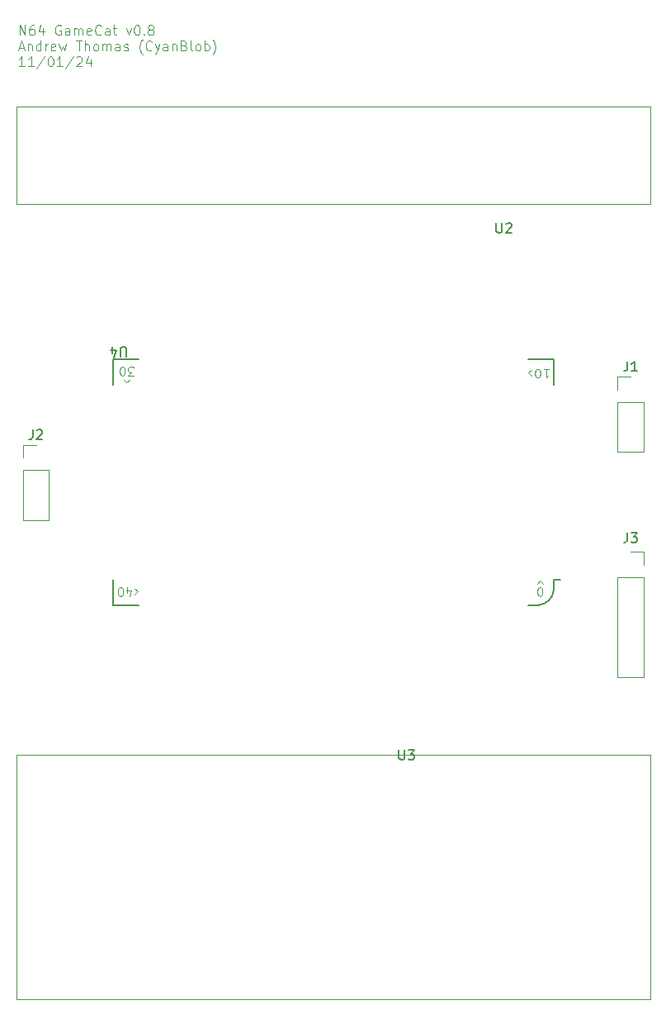
<source format=gbr>
%TF.GenerationSoftware,KiCad,Pcbnew,8.0.7*%
%TF.CreationDate,2024-12-26T20:26:29-06:00*%
%TF.ProjectId,n64_gamecat_rp2350b,6e36345f-6761-46d6-9563-61745f727032,rev?*%
%TF.SameCoordinates,Original*%
%TF.FileFunction,Legend,Top*%
%TF.FilePolarity,Positive*%
%FSLAX46Y46*%
G04 Gerber Fmt 4.6, Leading zero omitted, Abs format (unit mm)*
G04 Created by KiCad (PCBNEW 8.0.7) date 2024-12-26 20:26:29*
%MOMM*%
%LPD*%
G01*
G04 APERTURE LIST*
%ADD10C,0.100000*%
%ADD11C,0.150000*%
%ADD12C,0.120000*%
G04 APERTURE END LIST*
D10*
X101803884Y-56652531D02*
X101803884Y-55652531D01*
X101803884Y-55652531D02*
X102375312Y-56652531D01*
X102375312Y-56652531D02*
X102375312Y-55652531D01*
X103280074Y-55652531D02*
X103089598Y-55652531D01*
X103089598Y-55652531D02*
X102994360Y-55700150D01*
X102994360Y-55700150D02*
X102946741Y-55747769D01*
X102946741Y-55747769D02*
X102851503Y-55890626D01*
X102851503Y-55890626D02*
X102803884Y-56081102D01*
X102803884Y-56081102D02*
X102803884Y-56462054D01*
X102803884Y-56462054D02*
X102851503Y-56557292D01*
X102851503Y-56557292D02*
X102899122Y-56604912D01*
X102899122Y-56604912D02*
X102994360Y-56652531D01*
X102994360Y-56652531D02*
X103184836Y-56652531D01*
X103184836Y-56652531D02*
X103280074Y-56604912D01*
X103280074Y-56604912D02*
X103327693Y-56557292D01*
X103327693Y-56557292D02*
X103375312Y-56462054D01*
X103375312Y-56462054D02*
X103375312Y-56223959D01*
X103375312Y-56223959D02*
X103327693Y-56128721D01*
X103327693Y-56128721D02*
X103280074Y-56081102D01*
X103280074Y-56081102D02*
X103184836Y-56033483D01*
X103184836Y-56033483D02*
X102994360Y-56033483D01*
X102994360Y-56033483D02*
X102899122Y-56081102D01*
X102899122Y-56081102D02*
X102851503Y-56128721D01*
X102851503Y-56128721D02*
X102803884Y-56223959D01*
X104232455Y-55985864D02*
X104232455Y-56652531D01*
X103994360Y-55604912D02*
X103756265Y-56319197D01*
X103756265Y-56319197D02*
X104375312Y-56319197D01*
X106041979Y-55700150D02*
X105946741Y-55652531D01*
X105946741Y-55652531D02*
X105803884Y-55652531D01*
X105803884Y-55652531D02*
X105661027Y-55700150D01*
X105661027Y-55700150D02*
X105565789Y-55795388D01*
X105565789Y-55795388D02*
X105518170Y-55890626D01*
X105518170Y-55890626D02*
X105470551Y-56081102D01*
X105470551Y-56081102D02*
X105470551Y-56223959D01*
X105470551Y-56223959D02*
X105518170Y-56414435D01*
X105518170Y-56414435D02*
X105565789Y-56509673D01*
X105565789Y-56509673D02*
X105661027Y-56604912D01*
X105661027Y-56604912D02*
X105803884Y-56652531D01*
X105803884Y-56652531D02*
X105899122Y-56652531D01*
X105899122Y-56652531D02*
X106041979Y-56604912D01*
X106041979Y-56604912D02*
X106089598Y-56557292D01*
X106089598Y-56557292D02*
X106089598Y-56223959D01*
X106089598Y-56223959D02*
X105899122Y-56223959D01*
X106946741Y-56652531D02*
X106946741Y-56128721D01*
X106946741Y-56128721D02*
X106899122Y-56033483D01*
X106899122Y-56033483D02*
X106803884Y-55985864D01*
X106803884Y-55985864D02*
X106613408Y-55985864D01*
X106613408Y-55985864D02*
X106518170Y-56033483D01*
X106946741Y-56604912D02*
X106851503Y-56652531D01*
X106851503Y-56652531D02*
X106613408Y-56652531D01*
X106613408Y-56652531D02*
X106518170Y-56604912D01*
X106518170Y-56604912D02*
X106470551Y-56509673D01*
X106470551Y-56509673D02*
X106470551Y-56414435D01*
X106470551Y-56414435D02*
X106518170Y-56319197D01*
X106518170Y-56319197D02*
X106613408Y-56271578D01*
X106613408Y-56271578D02*
X106851503Y-56271578D01*
X106851503Y-56271578D02*
X106946741Y-56223959D01*
X107422932Y-56652531D02*
X107422932Y-55985864D01*
X107422932Y-56081102D02*
X107470551Y-56033483D01*
X107470551Y-56033483D02*
X107565789Y-55985864D01*
X107565789Y-55985864D02*
X107708646Y-55985864D01*
X107708646Y-55985864D02*
X107803884Y-56033483D01*
X107803884Y-56033483D02*
X107851503Y-56128721D01*
X107851503Y-56128721D02*
X107851503Y-56652531D01*
X107851503Y-56128721D02*
X107899122Y-56033483D01*
X107899122Y-56033483D02*
X107994360Y-55985864D01*
X107994360Y-55985864D02*
X108137217Y-55985864D01*
X108137217Y-55985864D02*
X108232456Y-56033483D01*
X108232456Y-56033483D02*
X108280075Y-56128721D01*
X108280075Y-56128721D02*
X108280075Y-56652531D01*
X109137217Y-56604912D02*
X109041979Y-56652531D01*
X109041979Y-56652531D02*
X108851503Y-56652531D01*
X108851503Y-56652531D02*
X108756265Y-56604912D01*
X108756265Y-56604912D02*
X108708646Y-56509673D01*
X108708646Y-56509673D02*
X108708646Y-56128721D01*
X108708646Y-56128721D02*
X108756265Y-56033483D01*
X108756265Y-56033483D02*
X108851503Y-55985864D01*
X108851503Y-55985864D02*
X109041979Y-55985864D01*
X109041979Y-55985864D02*
X109137217Y-56033483D01*
X109137217Y-56033483D02*
X109184836Y-56128721D01*
X109184836Y-56128721D02*
X109184836Y-56223959D01*
X109184836Y-56223959D02*
X108708646Y-56319197D01*
X110184836Y-56557292D02*
X110137217Y-56604912D01*
X110137217Y-56604912D02*
X109994360Y-56652531D01*
X109994360Y-56652531D02*
X109899122Y-56652531D01*
X109899122Y-56652531D02*
X109756265Y-56604912D01*
X109756265Y-56604912D02*
X109661027Y-56509673D01*
X109661027Y-56509673D02*
X109613408Y-56414435D01*
X109613408Y-56414435D02*
X109565789Y-56223959D01*
X109565789Y-56223959D02*
X109565789Y-56081102D01*
X109565789Y-56081102D02*
X109613408Y-55890626D01*
X109613408Y-55890626D02*
X109661027Y-55795388D01*
X109661027Y-55795388D02*
X109756265Y-55700150D01*
X109756265Y-55700150D02*
X109899122Y-55652531D01*
X109899122Y-55652531D02*
X109994360Y-55652531D01*
X109994360Y-55652531D02*
X110137217Y-55700150D01*
X110137217Y-55700150D02*
X110184836Y-55747769D01*
X111041979Y-56652531D02*
X111041979Y-56128721D01*
X111041979Y-56128721D02*
X110994360Y-56033483D01*
X110994360Y-56033483D02*
X110899122Y-55985864D01*
X110899122Y-55985864D02*
X110708646Y-55985864D01*
X110708646Y-55985864D02*
X110613408Y-56033483D01*
X111041979Y-56604912D02*
X110946741Y-56652531D01*
X110946741Y-56652531D02*
X110708646Y-56652531D01*
X110708646Y-56652531D02*
X110613408Y-56604912D01*
X110613408Y-56604912D02*
X110565789Y-56509673D01*
X110565789Y-56509673D02*
X110565789Y-56414435D01*
X110565789Y-56414435D02*
X110613408Y-56319197D01*
X110613408Y-56319197D02*
X110708646Y-56271578D01*
X110708646Y-56271578D02*
X110946741Y-56271578D01*
X110946741Y-56271578D02*
X111041979Y-56223959D01*
X111375313Y-55985864D02*
X111756265Y-55985864D01*
X111518170Y-55652531D02*
X111518170Y-56509673D01*
X111518170Y-56509673D02*
X111565789Y-56604912D01*
X111565789Y-56604912D02*
X111661027Y-56652531D01*
X111661027Y-56652531D02*
X111756265Y-56652531D01*
X112756266Y-55985864D02*
X112994361Y-56652531D01*
X112994361Y-56652531D02*
X113232456Y-55985864D01*
X113803885Y-55652531D02*
X113899123Y-55652531D01*
X113899123Y-55652531D02*
X113994361Y-55700150D01*
X113994361Y-55700150D02*
X114041980Y-55747769D01*
X114041980Y-55747769D02*
X114089599Y-55843007D01*
X114089599Y-55843007D02*
X114137218Y-56033483D01*
X114137218Y-56033483D02*
X114137218Y-56271578D01*
X114137218Y-56271578D02*
X114089599Y-56462054D01*
X114089599Y-56462054D02*
X114041980Y-56557292D01*
X114041980Y-56557292D02*
X113994361Y-56604912D01*
X113994361Y-56604912D02*
X113899123Y-56652531D01*
X113899123Y-56652531D02*
X113803885Y-56652531D01*
X113803885Y-56652531D02*
X113708647Y-56604912D01*
X113708647Y-56604912D02*
X113661028Y-56557292D01*
X113661028Y-56557292D02*
X113613409Y-56462054D01*
X113613409Y-56462054D02*
X113565790Y-56271578D01*
X113565790Y-56271578D02*
X113565790Y-56033483D01*
X113565790Y-56033483D02*
X113613409Y-55843007D01*
X113613409Y-55843007D02*
X113661028Y-55747769D01*
X113661028Y-55747769D02*
X113708647Y-55700150D01*
X113708647Y-55700150D02*
X113803885Y-55652531D01*
X114565790Y-56557292D02*
X114613409Y-56604912D01*
X114613409Y-56604912D02*
X114565790Y-56652531D01*
X114565790Y-56652531D02*
X114518171Y-56604912D01*
X114518171Y-56604912D02*
X114565790Y-56557292D01*
X114565790Y-56557292D02*
X114565790Y-56652531D01*
X115184837Y-56081102D02*
X115089599Y-56033483D01*
X115089599Y-56033483D02*
X115041980Y-55985864D01*
X115041980Y-55985864D02*
X114994361Y-55890626D01*
X114994361Y-55890626D02*
X114994361Y-55843007D01*
X114994361Y-55843007D02*
X115041980Y-55747769D01*
X115041980Y-55747769D02*
X115089599Y-55700150D01*
X115089599Y-55700150D02*
X115184837Y-55652531D01*
X115184837Y-55652531D02*
X115375313Y-55652531D01*
X115375313Y-55652531D02*
X115470551Y-55700150D01*
X115470551Y-55700150D02*
X115518170Y-55747769D01*
X115518170Y-55747769D02*
X115565789Y-55843007D01*
X115565789Y-55843007D02*
X115565789Y-55890626D01*
X115565789Y-55890626D02*
X115518170Y-55985864D01*
X115518170Y-55985864D02*
X115470551Y-56033483D01*
X115470551Y-56033483D02*
X115375313Y-56081102D01*
X115375313Y-56081102D02*
X115184837Y-56081102D01*
X115184837Y-56081102D02*
X115089599Y-56128721D01*
X115089599Y-56128721D02*
X115041980Y-56176340D01*
X115041980Y-56176340D02*
X114994361Y-56271578D01*
X114994361Y-56271578D02*
X114994361Y-56462054D01*
X114994361Y-56462054D02*
X115041980Y-56557292D01*
X115041980Y-56557292D02*
X115089599Y-56604912D01*
X115089599Y-56604912D02*
X115184837Y-56652531D01*
X115184837Y-56652531D02*
X115375313Y-56652531D01*
X115375313Y-56652531D02*
X115470551Y-56604912D01*
X115470551Y-56604912D02*
X115518170Y-56557292D01*
X115518170Y-56557292D02*
X115565789Y-56462054D01*
X115565789Y-56462054D02*
X115565789Y-56271578D01*
X115565789Y-56271578D02*
X115518170Y-56176340D01*
X115518170Y-56176340D02*
X115470551Y-56128721D01*
X115470551Y-56128721D02*
X115375313Y-56081102D01*
X101756265Y-57976760D02*
X102232455Y-57976760D01*
X101661027Y-58262475D02*
X101994360Y-57262475D01*
X101994360Y-57262475D02*
X102327693Y-58262475D01*
X102661027Y-57595808D02*
X102661027Y-58262475D01*
X102661027Y-57691046D02*
X102708646Y-57643427D01*
X102708646Y-57643427D02*
X102803884Y-57595808D01*
X102803884Y-57595808D02*
X102946741Y-57595808D01*
X102946741Y-57595808D02*
X103041979Y-57643427D01*
X103041979Y-57643427D02*
X103089598Y-57738665D01*
X103089598Y-57738665D02*
X103089598Y-58262475D01*
X103994360Y-58262475D02*
X103994360Y-57262475D01*
X103994360Y-58214856D02*
X103899122Y-58262475D01*
X103899122Y-58262475D02*
X103708646Y-58262475D01*
X103708646Y-58262475D02*
X103613408Y-58214856D01*
X103613408Y-58214856D02*
X103565789Y-58167236D01*
X103565789Y-58167236D02*
X103518170Y-58071998D01*
X103518170Y-58071998D02*
X103518170Y-57786284D01*
X103518170Y-57786284D02*
X103565789Y-57691046D01*
X103565789Y-57691046D02*
X103613408Y-57643427D01*
X103613408Y-57643427D02*
X103708646Y-57595808D01*
X103708646Y-57595808D02*
X103899122Y-57595808D01*
X103899122Y-57595808D02*
X103994360Y-57643427D01*
X104470551Y-58262475D02*
X104470551Y-57595808D01*
X104470551Y-57786284D02*
X104518170Y-57691046D01*
X104518170Y-57691046D02*
X104565789Y-57643427D01*
X104565789Y-57643427D02*
X104661027Y-57595808D01*
X104661027Y-57595808D02*
X104756265Y-57595808D01*
X105470551Y-58214856D02*
X105375313Y-58262475D01*
X105375313Y-58262475D02*
X105184837Y-58262475D01*
X105184837Y-58262475D02*
X105089599Y-58214856D01*
X105089599Y-58214856D02*
X105041980Y-58119617D01*
X105041980Y-58119617D02*
X105041980Y-57738665D01*
X105041980Y-57738665D02*
X105089599Y-57643427D01*
X105089599Y-57643427D02*
X105184837Y-57595808D01*
X105184837Y-57595808D02*
X105375313Y-57595808D01*
X105375313Y-57595808D02*
X105470551Y-57643427D01*
X105470551Y-57643427D02*
X105518170Y-57738665D01*
X105518170Y-57738665D02*
X105518170Y-57833903D01*
X105518170Y-57833903D02*
X105041980Y-57929141D01*
X105851504Y-57595808D02*
X106041980Y-58262475D01*
X106041980Y-58262475D02*
X106232456Y-57786284D01*
X106232456Y-57786284D02*
X106422932Y-58262475D01*
X106422932Y-58262475D02*
X106613408Y-57595808D01*
X107613409Y-57262475D02*
X108184837Y-57262475D01*
X107899123Y-58262475D02*
X107899123Y-57262475D01*
X108518171Y-58262475D02*
X108518171Y-57262475D01*
X108946742Y-58262475D02*
X108946742Y-57738665D01*
X108946742Y-57738665D02*
X108899123Y-57643427D01*
X108899123Y-57643427D02*
X108803885Y-57595808D01*
X108803885Y-57595808D02*
X108661028Y-57595808D01*
X108661028Y-57595808D02*
X108565790Y-57643427D01*
X108565790Y-57643427D02*
X108518171Y-57691046D01*
X109565790Y-58262475D02*
X109470552Y-58214856D01*
X109470552Y-58214856D02*
X109422933Y-58167236D01*
X109422933Y-58167236D02*
X109375314Y-58071998D01*
X109375314Y-58071998D02*
X109375314Y-57786284D01*
X109375314Y-57786284D02*
X109422933Y-57691046D01*
X109422933Y-57691046D02*
X109470552Y-57643427D01*
X109470552Y-57643427D02*
X109565790Y-57595808D01*
X109565790Y-57595808D02*
X109708647Y-57595808D01*
X109708647Y-57595808D02*
X109803885Y-57643427D01*
X109803885Y-57643427D02*
X109851504Y-57691046D01*
X109851504Y-57691046D02*
X109899123Y-57786284D01*
X109899123Y-57786284D02*
X109899123Y-58071998D01*
X109899123Y-58071998D02*
X109851504Y-58167236D01*
X109851504Y-58167236D02*
X109803885Y-58214856D01*
X109803885Y-58214856D02*
X109708647Y-58262475D01*
X109708647Y-58262475D02*
X109565790Y-58262475D01*
X110327695Y-58262475D02*
X110327695Y-57595808D01*
X110327695Y-57691046D02*
X110375314Y-57643427D01*
X110375314Y-57643427D02*
X110470552Y-57595808D01*
X110470552Y-57595808D02*
X110613409Y-57595808D01*
X110613409Y-57595808D02*
X110708647Y-57643427D01*
X110708647Y-57643427D02*
X110756266Y-57738665D01*
X110756266Y-57738665D02*
X110756266Y-58262475D01*
X110756266Y-57738665D02*
X110803885Y-57643427D01*
X110803885Y-57643427D02*
X110899123Y-57595808D01*
X110899123Y-57595808D02*
X111041980Y-57595808D01*
X111041980Y-57595808D02*
X111137219Y-57643427D01*
X111137219Y-57643427D02*
X111184838Y-57738665D01*
X111184838Y-57738665D02*
X111184838Y-58262475D01*
X112089599Y-58262475D02*
X112089599Y-57738665D01*
X112089599Y-57738665D02*
X112041980Y-57643427D01*
X112041980Y-57643427D02*
X111946742Y-57595808D01*
X111946742Y-57595808D02*
X111756266Y-57595808D01*
X111756266Y-57595808D02*
X111661028Y-57643427D01*
X112089599Y-58214856D02*
X111994361Y-58262475D01*
X111994361Y-58262475D02*
X111756266Y-58262475D01*
X111756266Y-58262475D02*
X111661028Y-58214856D01*
X111661028Y-58214856D02*
X111613409Y-58119617D01*
X111613409Y-58119617D02*
X111613409Y-58024379D01*
X111613409Y-58024379D02*
X111661028Y-57929141D01*
X111661028Y-57929141D02*
X111756266Y-57881522D01*
X111756266Y-57881522D02*
X111994361Y-57881522D01*
X111994361Y-57881522D02*
X112089599Y-57833903D01*
X112518171Y-58214856D02*
X112613409Y-58262475D01*
X112613409Y-58262475D02*
X112803885Y-58262475D01*
X112803885Y-58262475D02*
X112899123Y-58214856D01*
X112899123Y-58214856D02*
X112946742Y-58119617D01*
X112946742Y-58119617D02*
X112946742Y-58071998D01*
X112946742Y-58071998D02*
X112899123Y-57976760D01*
X112899123Y-57976760D02*
X112803885Y-57929141D01*
X112803885Y-57929141D02*
X112661028Y-57929141D01*
X112661028Y-57929141D02*
X112565790Y-57881522D01*
X112565790Y-57881522D02*
X112518171Y-57786284D01*
X112518171Y-57786284D02*
X112518171Y-57738665D01*
X112518171Y-57738665D02*
X112565790Y-57643427D01*
X112565790Y-57643427D02*
X112661028Y-57595808D01*
X112661028Y-57595808D02*
X112803885Y-57595808D01*
X112803885Y-57595808D02*
X112899123Y-57643427D01*
X114422933Y-58643427D02*
X114375314Y-58595808D01*
X114375314Y-58595808D02*
X114280076Y-58452951D01*
X114280076Y-58452951D02*
X114232457Y-58357713D01*
X114232457Y-58357713D02*
X114184838Y-58214856D01*
X114184838Y-58214856D02*
X114137219Y-57976760D01*
X114137219Y-57976760D02*
X114137219Y-57786284D01*
X114137219Y-57786284D02*
X114184838Y-57548189D01*
X114184838Y-57548189D02*
X114232457Y-57405332D01*
X114232457Y-57405332D02*
X114280076Y-57310094D01*
X114280076Y-57310094D02*
X114375314Y-57167236D01*
X114375314Y-57167236D02*
X114422933Y-57119617D01*
X115375314Y-58167236D02*
X115327695Y-58214856D01*
X115327695Y-58214856D02*
X115184838Y-58262475D01*
X115184838Y-58262475D02*
X115089600Y-58262475D01*
X115089600Y-58262475D02*
X114946743Y-58214856D01*
X114946743Y-58214856D02*
X114851505Y-58119617D01*
X114851505Y-58119617D02*
X114803886Y-58024379D01*
X114803886Y-58024379D02*
X114756267Y-57833903D01*
X114756267Y-57833903D02*
X114756267Y-57691046D01*
X114756267Y-57691046D02*
X114803886Y-57500570D01*
X114803886Y-57500570D02*
X114851505Y-57405332D01*
X114851505Y-57405332D02*
X114946743Y-57310094D01*
X114946743Y-57310094D02*
X115089600Y-57262475D01*
X115089600Y-57262475D02*
X115184838Y-57262475D01*
X115184838Y-57262475D02*
X115327695Y-57310094D01*
X115327695Y-57310094D02*
X115375314Y-57357713D01*
X115708648Y-57595808D02*
X115946743Y-58262475D01*
X116184838Y-57595808D02*
X115946743Y-58262475D01*
X115946743Y-58262475D02*
X115851505Y-58500570D01*
X115851505Y-58500570D02*
X115803886Y-58548189D01*
X115803886Y-58548189D02*
X115708648Y-58595808D01*
X116994362Y-58262475D02*
X116994362Y-57738665D01*
X116994362Y-57738665D02*
X116946743Y-57643427D01*
X116946743Y-57643427D02*
X116851505Y-57595808D01*
X116851505Y-57595808D02*
X116661029Y-57595808D01*
X116661029Y-57595808D02*
X116565791Y-57643427D01*
X116994362Y-58214856D02*
X116899124Y-58262475D01*
X116899124Y-58262475D02*
X116661029Y-58262475D01*
X116661029Y-58262475D02*
X116565791Y-58214856D01*
X116565791Y-58214856D02*
X116518172Y-58119617D01*
X116518172Y-58119617D02*
X116518172Y-58024379D01*
X116518172Y-58024379D02*
X116565791Y-57929141D01*
X116565791Y-57929141D02*
X116661029Y-57881522D01*
X116661029Y-57881522D02*
X116899124Y-57881522D01*
X116899124Y-57881522D02*
X116994362Y-57833903D01*
X117470553Y-57595808D02*
X117470553Y-58262475D01*
X117470553Y-57691046D02*
X117518172Y-57643427D01*
X117518172Y-57643427D02*
X117613410Y-57595808D01*
X117613410Y-57595808D02*
X117756267Y-57595808D01*
X117756267Y-57595808D02*
X117851505Y-57643427D01*
X117851505Y-57643427D02*
X117899124Y-57738665D01*
X117899124Y-57738665D02*
X117899124Y-58262475D01*
X118708648Y-57738665D02*
X118851505Y-57786284D01*
X118851505Y-57786284D02*
X118899124Y-57833903D01*
X118899124Y-57833903D02*
X118946743Y-57929141D01*
X118946743Y-57929141D02*
X118946743Y-58071998D01*
X118946743Y-58071998D02*
X118899124Y-58167236D01*
X118899124Y-58167236D02*
X118851505Y-58214856D01*
X118851505Y-58214856D02*
X118756267Y-58262475D01*
X118756267Y-58262475D02*
X118375315Y-58262475D01*
X118375315Y-58262475D02*
X118375315Y-57262475D01*
X118375315Y-57262475D02*
X118708648Y-57262475D01*
X118708648Y-57262475D02*
X118803886Y-57310094D01*
X118803886Y-57310094D02*
X118851505Y-57357713D01*
X118851505Y-57357713D02*
X118899124Y-57452951D01*
X118899124Y-57452951D02*
X118899124Y-57548189D01*
X118899124Y-57548189D02*
X118851505Y-57643427D01*
X118851505Y-57643427D02*
X118803886Y-57691046D01*
X118803886Y-57691046D02*
X118708648Y-57738665D01*
X118708648Y-57738665D02*
X118375315Y-57738665D01*
X119518172Y-58262475D02*
X119422934Y-58214856D01*
X119422934Y-58214856D02*
X119375315Y-58119617D01*
X119375315Y-58119617D02*
X119375315Y-57262475D01*
X120041982Y-58262475D02*
X119946744Y-58214856D01*
X119946744Y-58214856D02*
X119899125Y-58167236D01*
X119899125Y-58167236D02*
X119851506Y-58071998D01*
X119851506Y-58071998D02*
X119851506Y-57786284D01*
X119851506Y-57786284D02*
X119899125Y-57691046D01*
X119899125Y-57691046D02*
X119946744Y-57643427D01*
X119946744Y-57643427D02*
X120041982Y-57595808D01*
X120041982Y-57595808D02*
X120184839Y-57595808D01*
X120184839Y-57595808D02*
X120280077Y-57643427D01*
X120280077Y-57643427D02*
X120327696Y-57691046D01*
X120327696Y-57691046D02*
X120375315Y-57786284D01*
X120375315Y-57786284D02*
X120375315Y-58071998D01*
X120375315Y-58071998D02*
X120327696Y-58167236D01*
X120327696Y-58167236D02*
X120280077Y-58214856D01*
X120280077Y-58214856D02*
X120184839Y-58262475D01*
X120184839Y-58262475D02*
X120041982Y-58262475D01*
X120803887Y-58262475D02*
X120803887Y-57262475D01*
X120803887Y-57643427D02*
X120899125Y-57595808D01*
X120899125Y-57595808D02*
X121089601Y-57595808D01*
X121089601Y-57595808D02*
X121184839Y-57643427D01*
X121184839Y-57643427D02*
X121232458Y-57691046D01*
X121232458Y-57691046D02*
X121280077Y-57786284D01*
X121280077Y-57786284D02*
X121280077Y-58071998D01*
X121280077Y-58071998D02*
X121232458Y-58167236D01*
X121232458Y-58167236D02*
X121184839Y-58214856D01*
X121184839Y-58214856D02*
X121089601Y-58262475D01*
X121089601Y-58262475D02*
X120899125Y-58262475D01*
X120899125Y-58262475D02*
X120803887Y-58214856D01*
X121613411Y-58643427D02*
X121661030Y-58595808D01*
X121661030Y-58595808D02*
X121756268Y-58452951D01*
X121756268Y-58452951D02*
X121803887Y-58357713D01*
X121803887Y-58357713D02*
X121851506Y-58214856D01*
X121851506Y-58214856D02*
X121899125Y-57976760D01*
X121899125Y-57976760D02*
X121899125Y-57786284D01*
X121899125Y-57786284D02*
X121851506Y-57548189D01*
X121851506Y-57548189D02*
X121803887Y-57405332D01*
X121803887Y-57405332D02*
X121756268Y-57310094D01*
X121756268Y-57310094D02*
X121661030Y-57167236D01*
X121661030Y-57167236D02*
X121613411Y-57119617D01*
X102327693Y-59872419D02*
X101756265Y-59872419D01*
X102041979Y-59872419D02*
X102041979Y-58872419D01*
X102041979Y-58872419D02*
X101946741Y-59015276D01*
X101946741Y-59015276D02*
X101851503Y-59110514D01*
X101851503Y-59110514D02*
X101756265Y-59158133D01*
X103280074Y-59872419D02*
X102708646Y-59872419D01*
X102994360Y-59872419D02*
X102994360Y-58872419D01*
X102994360Y-58872419D02*
X102899122Y-59015276D01*
X102899122Y-59015276D02*
X102803884Y-59110514D01*
X102803884Y-59110514D02*
X102708646Y-59158133D01*
X104422931Y-58824800D02*
X103565789Y-60110514D01*
X104946741Y-58872419D02*
X105041979Y-58872419D01*
X105041979Y-58872419D02*
X105137217Y-58920038D01*
X105137217Y-58920038D02*
X105184836Y-58967657D01*
X105184836Y-58967657D02*
X105232455Y-59062895D01*
X105232455Y-59062895D02*
X105280074Y-59253371D01*
X105280074Y-59253371D02*
X105280074Y-59491466D01*
X105280074Y-59491466D02*
X105232455Y-59681942D01*
X105232455Y-59681942D02*
X105184836Y-59777180D01*
X105184836Y-59777180D02*
X105137217Y-59824800D01*
X105137217Y-59824800D02*
X105041979Y-59872419D01*
X105041979Y-59872419D02*
X104946741Y-59872419D01*
X104946741Y-59872419D02*
X104851503Y-59824800D01*
X104851503Y-59824800D02*
X104803884Y-59777180D01*
X104803884Y-59777180D02*
X104756265Y-59681942D01*
X104756265Y-59681942D02*
X104708646Y-59491466D01*
X104708646Y-59491466D02*
X104708646Y-59253371D01*
X104708646Y-59253371D02*
X104756265Y-59062895D01*
X104756265Y-59062895D02*
X104803884Y-58967657D01*
X104803884Y-58967657D02*
X104851503Y-58920038D01*
X104851503Y-58920038D02*
X104946741Y-58872419D01*
X106232455Y-59872419D02*
X105661027Y-59872419D01*
X105946741Y-59872419D02*
X105946741Y-58872419D01*
X105946741Y-58872419D02*
X105851503Y-59015276D01*
X105851503Y-59015276D02*
X105756265Y-59110514D01*
X105756265Y-59110514D02*
X105661027Y-59158133D01*
X107375312Y-58824800D02*
X106518170Y-60110514D01*
X107661027Y-58967657D02*
X107708646Y-58920038D01*
X107708646Y-58920038D02*
X107803884Y-58872419D01*
X107803884Y-58872419D02*
X108041979Y-58872419D01*
X108041979Y-58872419D02*
X108137217Y-58920038D01*
X108137217Y-58920038D02*
X108184836Y-58967657D01*
X108184836Y-58967657D02*
X108232455Y-59062895D01*
X108232455Y-59062895D02*
X108232455Y-59158133D01*
X108232455Y-59158133D02*
X108184836Y-59300990D01*
X108184836Y-59300990D02*
X107613408Y-59872419D01*
X107613408Y-59872419D02*
X108232455Y-59872419D01*
X109089598Y-59205752D02*
X109089598Y-59872419D01*
X108851503Y-58824800D02*
X108613408Y-59539085D01*
X108613408Y-59539085D02*
X109232455Y-59539085D01*
D11*
X140738095Y-129954819D02*
X140738095Y-130764342D01*
X140738095Y-130764342D02*
X140785714Y-130859580D01*
X140785714Y-130859580D02*
X140833333Y-130907200D01*
X140833333Y-130907200D02*
X140928571Y-130954819D01*
X140928571Y-130954819D02*
X141119047Y-130954819D01*
X141119047Y-130954819D02*
X141214285Y-130907200D01*
X141214285Y-130907200D02*
X141261904Y-130859580D01*
X141261904Y-130859580D02*
X141309523Y-130764342D01*
X141309523Y-130764342D02*
X141309523Y-129954819D01*
X141690476Y-129954819D02*
X142309523Y-129954819D01*
X142309523Y-129954819D02*
X141976190Y-130335771D01*
X141976190Y-130335771D02*
X142119047Y-130335771D01*
X142119047Y-130335771D02*
X142214285Y-130383390D01*
X142214285Y-130383390D02*
X142261904Y-130431009D01*
X142261904Y-130431009D02*
X142309523Y-130526247D01*
X142309523Y-130526247D02*
X142309523Y-130764342D01*
X142309523Y-130764342D02*
X142261904Y-130859580D01*
X142261904Y-130859580D02*
X142214285Y-130907200D01*
X142214285Y-130907200D02*
X142119047Y-130954819D01*
X142119047Y-130954819D02*
X141833333Y-130954819D01*
X141833333Y-130954819D02*
X141738095Y-130907200D01*
X141738095Y-130907200D02*
X141690476Y-130859580D01*
X112761904Y-89645180D02*
X112761904Y-88835657D01*
X112761904Y-88835657D02*
X112714285Y-88740419D01*
X112714285Y-88740419D02*
X112666666Y-88692800D01*
X112666666Y-88692800D02*
X112571428Y-88645180D01*
X112571428Y-88645180D02*
X112380952Y-88645180D01*
X112380952Y-88645180D02*
X112285714Y-88692800D01*
X112285714Y-88692800D02*
X112238095Y-88740419D01*
X112238095Y-88740419D02*
X112190476Y-88835657D01*
X112190476Y-88835657D02*
X112190476Y-89645180D01*
X111285714Y-89311847D02*
X111285714Y-88645180D01*
X111523809Y-89692800D02*
X111761904Y-88978514D01*
X111761904Y-88978514D02*
X111142857Y-88978514D01*
D12*
X113528571Y-91589882D02*
X112971428Y-91589882D01*
X112971428Y-91589882D02*
X113271428Y-91247025D01*
X113271428Y-91247025D02*
X113142857Y-91247025D01*
X113142857Y-91247025D02*
X113057143Y-91204168D01*
X113057143Y-91204168D02*
X113014285Y-91161311D01*
X113014285Y-91161311D02*
X112971428Y-91075597D01*
X112971428Y-91075597D02*
X112971428Y-90861311D01*
X112971428Y-90861311D02*
X113014285Y-90775597D01*
X113014285Y-90775597D02*
X113057143Y-90732740D01*
X113057143Y-90732740D02*
X113142857Y-90689882D01*
X113142857Y-90689882D02*
X113400000Y-90689882D01*
X113400000Y-90689882D02*
X113485714Y-90732740D01*
X113485714Y-90732740D02*
X113528571Y-90775597D01*
X112414285Y-91589882D02*
X112328571Y-91589882D01*
X112328571Y-91589882D02*
X112242857Y-91547025D01*
X112242857Y-91547025D02*
X112200000Y-91504168D01*
X112200000Y-91504168D02*
X112157142Y-91418454D01*
X112157142Y-91418454D02*
X112114285Y-91247025D01*
X112114285Y-91247025D02*
X112114285Y-91032740D01*
X112114285Y-91032740D02*
X112157142Y-90861311D01*
X112157142Y-90861311D02*
X112200000Y-90775597D01*
X112200000Y-90775597D02*
X112242857Y-90732740D01*
X112242857Y-90732740D02*
X112328571Y-90689882D01*
X112328571Y-90689882D02*
X112414285Y-90689882D01*
X112414285Y-90689882D02*
X112500000Y-90732740D01*
X112500000Y-90732740D02*
X112542857Y-90775597D01*
X112542857Y-90775597D02*
X112585714Y-90861311D01*
X112585714Y-90861311D02*
X112628571Y-91032740D01*
X112628571Y-91032740D02*
X112628571Y-91247025D01*
X112628571Y-91247025D02*
X112585714Y-91418454D01*
X112585714Y-91418454D02*
X112542857Y-91504168D01*
X112542857Y-91504168D02*
X112500000Y-91547025D01*
X112500000Y-91547025D02*
X112414285Y-91589882D01*
X155571428Y-90889882D02*
X156085714Y-90889882D01*
X155828571Y-90889882D02*
X155828571Y-91789882D01*
X155828571Y-91789882D02*
X155914285Y-91661311D01*
X155914285Y-91661311D02*
X156000000Y-91575597D01*
X156000000Y-91575597D02*
X156085714Y-91532740D01*
X155014285Y-91789882D02*
X154928571Y-91789882D01*
X154928571Y-91789882D02*
X154842857Y-91747025D01*
X154842857Y-91747025D02*
X154800000Y-91704168D01*
X154800000Y-91704168D02*
X154757142Y-91618454D01*
X154757142Y-91618454D02*
X154714285Y-91447025D01*
X154714285Y-91447025D02*
X154714285Y-91232740D01*
X154714285Y-91232740D02*
X154757142Y-91061311D01*
X154757142Y-91061311D02*
X154800000Y-90975597D01*
X154800000Y-90975597D02*
X154842857Y-90932740D01*
X154842857Y-90932740D02*
X154928571Y-90889882D01*
X154928571Y-90889882D02*
X155014285Y-90889882D01*
X155014285Y-90889882D02*
X155100000Y-90932740D01*
X155100000Y-90932740D02*
X155142857Y-90975597D01*
X155142857Y-90975597D02*
X155185714Y-91061311D01*
X155185714Y-91061311D02*
X155228571Y-91232740D01*
X155228571Y-91232740D02*
X155228571Y-91447025D01*
X155228571Y-91447025D02*
X155185714Y-91618454D01*
X155185714Y-91618454D02*
X155142857Y-91704168D01*
X155142857Y-91704168D02*
X155100000Y-91747025D01*
X155100000Y-91747025D02*
X155014285Y-91789882D01*
X155242856Y-114189882D02*
X155157142Y-114189882D01*
X155157142Y-114189882D02*
X155071428Y-114147025D01*
X155071428Y-114147025D02*
X155028571Y-114104168D01*
X155028571Y-114104168D02*
X154985713Y-114018454D01*
X154985713Y-114018454D02*
X154942856Y-113847025D01*
X154942856Y-113847025D02*
X154942856Y-113632740D01*
X154942856Y-113632740D02*
X154985713Y-113461311D01*
X154985713Y-113461311D02*
X155028571Y-113375597D01*
X155028571Y-113375597D02*
X155071428Y-113332740D01*
X155071428Y-113332740D02*
X155157142Y-113289882D01*
X155157142Y-113289882D02*
X155242856Y-113289882D01*
X155242856Y-113289882D02*
X155328571Y-113332740D01*
X155328571Y-113332740D02*
X155371428Y-113375597D01*
X155371428Y-113375597D02*
X155414285Y-113461311D01*
X155414285Y-113461311D02*
X155457142Y-113632740D01*
X155457142Y-113632740D02*
X155457142Y-113847025D01*
X155457142Y-113847025D02*
X155414285Y-114018454D01*
X155414285Y-114018454D02*
X155371428Y-114104168D01*
X155371428Y-114104168D02*
X155328571Y-114147025D01*
X155328571Y-114147025D02*
X155242856Y-114189882D01*
X112857143Y-113889882D02*
X112857143Y-113289882D01*
X113071428Y-114232740D02*
X113285714Y-113589882D01*
X113285714Y-113589882D02*
X112728571Y-113589882D01*
X112214285Y-114189882D02*
X112128571Y-114189882D01*
X112128571Y-114189882D02*
X112042857Y-114147025D01*
X112042857Y-114147025D02*
X112000000Y-114104168D01*
X112000000Y-114104168D02*
X111957142Y-114018454D01*
X111957142Y-114018454D02*
X111914285Y-113847025D01*
X111914285Y-113847025D02*
X111914285Y-113632740D01*
X111914285Y-113632740D02*
X111957142Y-113461311D01*
X111957142Y-113461311D02*
X112000000Y-113375597D01*
X112000000Y-113375597D02*
X112042857Y-113332740D01*
X112042857Y-113332740D02*
X112128571Y-113289882D01*
X112128571Y-113289882D02*
X112214285Y-113289882D01*
X112214285Y-113289882D02*
X112300000Y-113332740D01*
X112300000Y-113332740D02*
X112342857Y-113375597D01*
X112342857Y-113375597D02*
X112385714Y-113461311D01*
X112385714Y-113461311D02*
X112428571Y-113632740D01*
X112428571Y-113632740D02*
X112428571Y-113847025D01*
X112428571Y-113847025D02*
X112385714Y-114018454D01*
X112385714Y-114018454D02*
X112342857Y-114104168D01*
X112342857Y-114104168D02*
X112300000Y-114147025D01*
X112300000Y-114147025D02*
X112214285Y-114189882D01*
D11*
X164166666Y-107684819D02*
X164166666Y-108399104D01*
X164166666Y-108399104D02*
X164119047Y-108541961D01*
X164119047Y-108541961D02*
X164023809Y-108637200D01*
X164023809Y-108637200D02*
X163880952Y-108684819D01*
X163880952Y-108684819D02*
X163785714Y-108684819D01*
X164547619Y-107684819D02*
X165166666Y-107684819D01*
X165166666Y-107684819D02*
X164833333Y-108065771D01*
X164833333Y-108065771D02*
X164976190Y-108065771D01*
X164976190Y-108065771D02*
X165071428Y-108113390D01*
X165071428Y-108113390D02*
X165119047Y-108161009D01*
X165119047Y-108161009D02*
X165166666Y-108256247D01*
X165166666Y-108256247D02*
X165166666Y-108494342D01*
X165166666Y-108494342D02*
X165119047Y-108589580D01*
X165119047Y-108589580D02*
X165071428Y-108637200D01*
X165071428Y-108637200D02*
X164976190Y-108684819D01*
X164976190Y-108684819D02*
X164690476Y-108684819D01*
X164690476Y-108684819D02*
X164595238Y-108637200D01*
X164595238Y-108637200D02*
X164547619Y-108589580D01*
X164166666Y-90124819D02*
X164166666Y-90839104D01*
X164166666Y-90839104D02*
X164119047Y-90981961D01*
X164119047Y-90981961D02*
X164023809Y-91077200D01*
X164023809Y-91077200D02*
X163880952Y-91124819D01*
X163880952Y-91124819D02*
X163785714Y-91124819D01*
X165166666Y-91124819D02*
X164595238Y-91124819D01*
X164880952Y-91124819D02*
X164880952Y-90124819D01*
X164880952Y-90124819D02*
X164785714Y-90267676D01*
X164785714Y-90267676D02*
X164690476Y-90362914D01*
X164690476Y-90362914D02*
X164595238Y-90410533D01*
X103166666Y-97124819D02*
X103166666Y-97839104D01*
X103166666Y-97839104D02*
X103119047Y-97981961D01*
X103119047Y-97981961D02*
X103023809Y-98077200D01*
X103023809Y-98077200D02*
X102880952Y-98124819D01*
X102880952Y-98124819D02*
X102785714Y-98124819D01*
X103595238Y-97220057D02*
X103642857Y-97172438D01*
X103642857Y-97172438D02*
X103738095Y-97124819D01*
X103738095Y-97124819D02*
X103976190Y-97124819D01*
X103976190Y-97124819D02*
X104071428Y-97172438D01*
X104071428Y-97172438D02*
X104119047Y-97220057D01*
X104119047Y-97220057D02*
X104166666Y-97315295D01*
X104166666Y-97315295D02*
X104166666Y-97410533D01*
X104166666Y-97410533D02*
X104119047Y-97553390D01*
X104119047Y-97553390D02*
X103547619Y-98124819D01*
X103547619Y-98124819D02*
X104166666Y-98124819D01*
X150738095Y-75954819D02*
X150738095Y-76764342D01*
X150738095Y-76764342D02*
X150785714Y-76859580D01*
X150785714Y-76859580D02*
X150833333Y-76907200D01*
X150833333Y-76907200D02*
X150928571Y-76954819D01*
X150928571Y-76954819D02*
X151119047Y-76954819D01*
X151119047Y-76954819D02*
X151214285Y-76907200D01*
X151214285Y-76907200D02*
X151261904Y-76859580D01*
X151261904Y-76859580D02*
X151309523Y-76764342D01*
X151309523Y-76764342D02*
X151309523Y-75954819D01*
X151738095Y-76050057D02*
X151785714Y-76002438D01*
X151785714Y-76002438D02*
X151880952Y-75954819D01*
X151880952Y-75954819D02*
X152119047Y-75954819D01*
X152119047Y-75954819D02*
X152214285Y-76002438D01*
X152214285Y-76002438D02*
X152261904Y-76050057D01*
X152261904Y-76050057D02*
X152309523Y-76145295D01*
X152309523Y-76145295D02*
X152309523Y-76240533D01*
X152309523Y-76240533D02*
X152261904Y-76383390D01*
X152261904Y-76383390D02*
X151690476Y-76954819D01*
X151690476Y-76954819D02*
X152309523Y-76954819D01*
D12*
%TO.C,U3*%
X101500000Y-130500000D02*
X101500000Y-155500000D01*
X101500000Y-155500000D02*
X166500000Y-155500000D01*
X166500000Y-130500000D02*
X101500000Y-130500000D01*
X166500000Y-155500000D02*
X166500000Y-130500000D01*
D11*
%TO.C,U4*%
X111400000Y-89900000D02*
X114000000Y-89900000D01*
X111400000Y-92500000D02*
X111400000Y-89900000D01*
X111400000Y-115100000D02*
X111400000Y-112500000D01*
D12*
X112500000Y-92000000D02*
X112800000Y-92300000D01*
X112800000Y-92300000D02*
X113100000Y-92000000D01*
X113650000Y-114000000D02*
X113950000Y-113700000D01*
X113950000Y-113700000D02*
X113650000Y-113400000D01*
D11*
X114000000Y-115100000D02*
X111400000Y-115100000D01*
X154000000Y-89900000D02*
X156600000Y-89900000D01*
D12*
X154000000Y-91300000D02*
X154300000Y-91600000D01*
X154300000Y-91000000D02*
X154000000Y-91300000D01*
D11*
X155100000Y-115100000D02*
X154000000Y-115100000D01*
D12*
X155200000Y-112600000D02*
X154900000Y-112900000D01*
X155500000Y-112900000D02*
X155200000Y-112600000D01*
D11*
X156600000Y-89900000D02*
X156600000Y-92500000D01*
X156600000Y-112500000D02*
X156600000Y-113600000D01*
X156600000Y-112500000D02*
X157300000Y-112500000D01*
X156600000Y-113600000D02*
G75*
G02*
X155100000Y-115100000I-1616790J116790D01*
G01*
D12*
%TO.C,J3*%
X163170000Y-112270000D02*
X163170000Y-122490000D01*
X163170000Y-112270000D02*
X165830000Y-112270000D01*
X163170000Y-122490000D02*
X165830000Y-122490000D01*
X164500000Y-109670000D02*
X165830000Y-109670000D01*
X165830000Y-109670000D02*
X165830000Y-111000000D01*
X165830000Y-112270000D02*
X165830000Y-122490000D01*
%TO.C,J1*%
X163170000Y-91670000D02*
X164500000Y-91670000D01*
X163170000Y-93000000D02*
X163170000Y-91670000D01*
X163170000Y-94270000D02*
X163170000Y-99410000D01*
X163170000Y-94270000D02*
X165830000Y-94270000D01*
X163170000Y-99410000D02*
X165830000Y-99410000D01*
X165830000Y-94270000D02*
X165830000Y-99410000D01*
%TO.C,J2*%
X102170000Y-98670000D02*
X103500000Y-98670000D01*
X102170000Y-100000000D02*
X102170000Y-98670000D01*
X102170000Y-101270000D02*
X102170000Y-106410000D01*
X102170000Y-101270000D02*
X104830000Y-101270000D01*
X102170000Y-106410000D02*
X104830000Y-106410000D01*
X104830000Y-101270000D02*
X104830000Y-106410000D01*
%TO.C,U2*%
X101500000Y-64000000D02*
X101500000Y-74000000D01*
X101500000Y-64000000D02*
X104000000Y-64000000D01*
X101500000Y-74000000D02*
X104000000Y-74000000D01*
X104000000Y-74000000D02*
X166500000Y-74000000D01*
X106500000Y-64000000D02*
X104000000Y-64000000D01*
X166500000Y-64000000D02*
X106500000Y-64000000D01*
X166500000Y-74000000D02*
X166500000Y-64000000D01*
%TD*%
M02*

</source>
